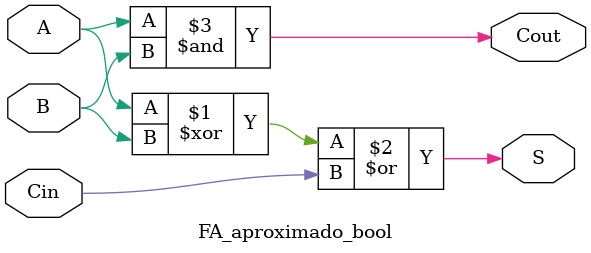
<source format=v>
module FA_aproximado_bool (
    input A, B, Cin,
    output S, Cout
);
    assign S = (A ^ B) | Cin;
    assign Cout = A & B;
endmodule
</source>
